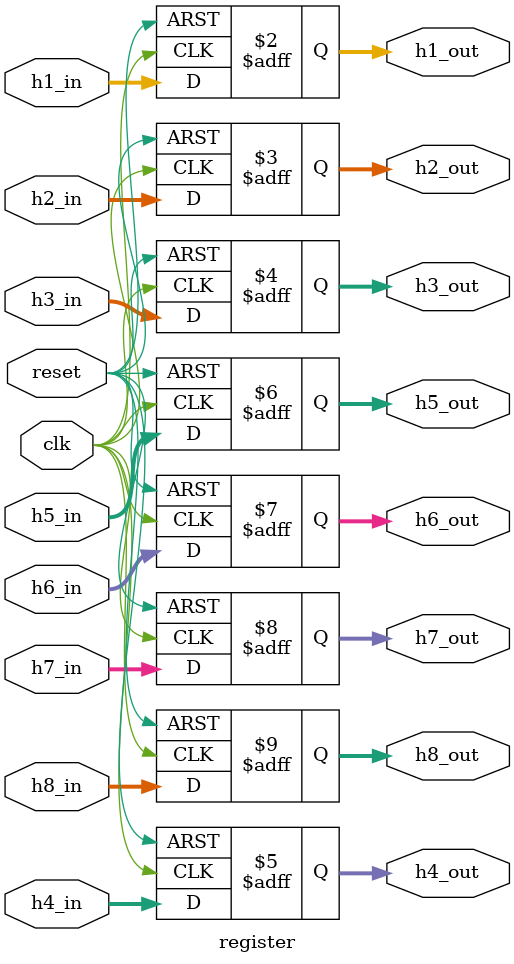
<source format=v>
module register(clk,reset,h1_in,h2_in,h3_in,h4_in,h5_in,h6_in,h7_in,h8_in,h1_out,h2_out,h3_out,h4_out,h5_out,h6_out,h7_out,h8_out);
	input clk,reset;
	input [31:0] h1_in,h2_in,h3_in,h4_in,h5_in,h6_in,h7_in,h8_in;
	output reg[31:0] h1_out,h2_out,h3_out,h4_out,h5_out,h6_out,h7_out,h8_out;
	always @(posedge clk or posedge reset) begin
		if(reset) begin
			h1_out <= 32'h6a09e667;
			h2_out <= 32'hbb67ae85;
			h3_out <= 32'h3c6ef372;
			h4_out <= 32'ha54ff53a;
			h5_out <= 32'h510e527f;
			h6_out <= 32'h9b05688c;
			h7_out <= 32'h1f83d9ab;
			h8_out <= 32'h5be0cd19;
		end
		
		else begin 
			h1_out <= h1_in;
			h2_out <= h2_in;
			h3_out <= h3_in;
			h4_out <= h4_in;
			h5_out <= h5_in;
			h6_out <= h6_in;
			h7_out <= h7_in;
			h8_out <= h8_in;
		end
	end
endmodule
</source>
